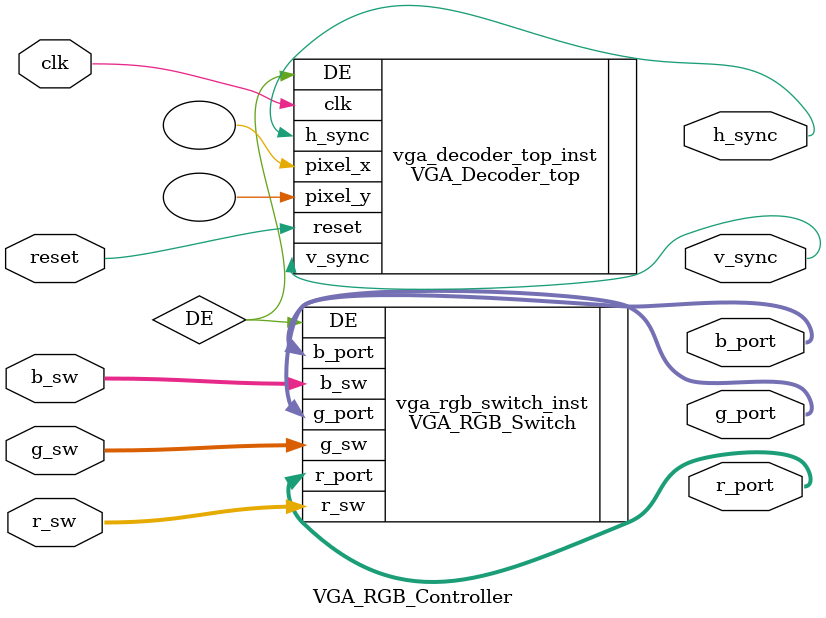
<source format=sv>
`timescale 1ns/1ps
module VGA_RGB_Controller (
    input  logic clk,
    input  logic reset,
    input  logic [3:0] r_sw,
    input  logic [3:0] g_sw,
    input  logic [3:0] b_sw,
    output logic h_sync,
    output logic v_sync,
    output logic [3:0] r_port,
    output logic [3:0] g_port,
    output logic [3:0] b_port
);
    logic DE;


    VGA_Decoder_top vga_decoder_top_inst (
        .clk(clk),
        .reset(reset),
        .h_sync(h_sync),
        .v_sync(v_sync),
        .DE(DE),
        .pixel_x(),
        .pixel_y()
    );

    VGA_RGB_Switch vga_rgb_switch_inst (
        .r_sw(r_sw),
        .g_sw(g_sw),
        .b_sw(b_sw),
        .DE(DE),
        .r_port(r_port),
        .g_port(g_port),
        .b_port(b_port)
    );
    
endmodule
</source>
